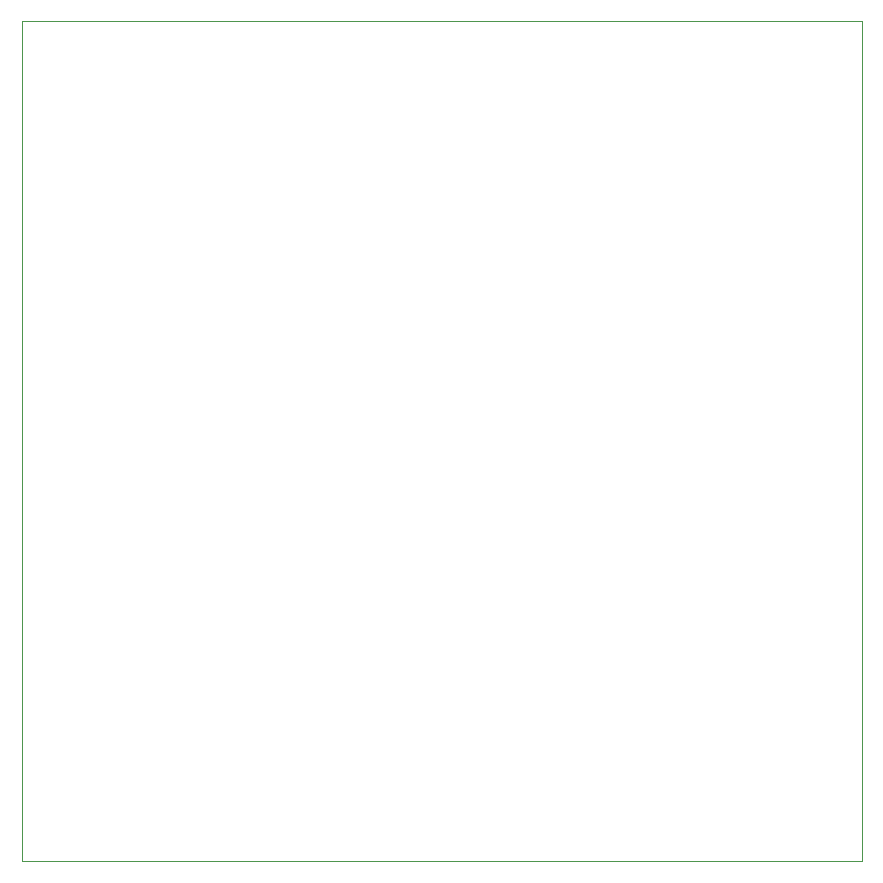
<source format=gbr>
%TF.GenerationSoftware,KiCad,Pcbnew,5.1.8*%
%TF.CreationDate,2020-11-29T15:41:03+01:00*%
%TF.ProjectId,panel,70616e65-6c2e-46b6-9963-61645f706362,rev?*%
%TF.SameCoordinates,Original*%
%TF.FileFunction,Profile,NP*%
%FSLAX46Y46*%
G04 Gerber Fmt 4.6, Leading zero omitted, Abs format (unit mm)*
G04 Created by KiCad (PCBNEW 5.1.8) date 2020-11-29 15:41:03*
%MOMM*%
%LPD*%
G01*
G04 APERTURE LIST*
%TA.AperFunction,Profile*%
%ADD10C,0.100000*%
%TD*%
G04 APERTURE END LIST*
D10*
X121120600Y-49999200D02*
X121121000Y-103340000D01*
X49999200Y-49999400D02*
X121120600Y-49999200D01*
X49999400Y-121120800D02*
X49999200Y-49999400D01*
X121120200Y-121121000D02*
X49999400Y-121120800D01*
X121121000Y-103340000D02*
X121120200Y-121121000D01*
M02*

</source>
